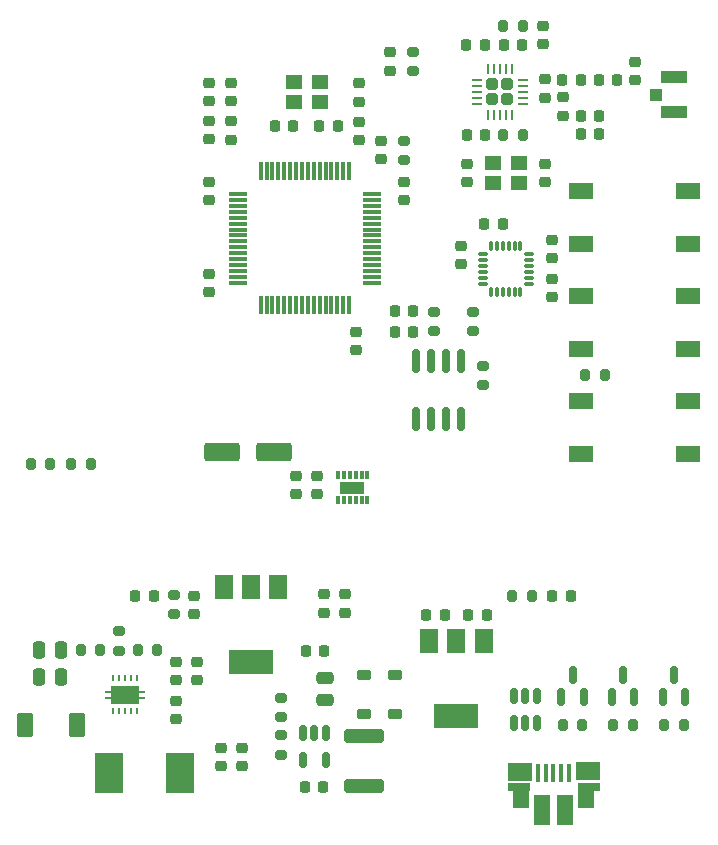
<source format=gtp>
G04 #@! TF.GenerationSoftware,KiCad,Pcbnew,7.0.1*
G04 #@! TF.CreationDate,2023-10-12T07:55:19+02:00*
G04 #@! TF.ProjectId,Drv_board,4472765f-626f-4617-9264-2e6b69636164,rev?*
G04 #@! TF.SameCoordinates,Original*
G04 #@! TF.FileFunction,Paste,Top*
G04 #@! TF.FilePolarity,Positive*
%FSLAX46Y46*%
G04 Gerber Fmt 4.6, Leading zero omitted, Abs format (unit mm)*
G04 Created by KiCad (PCBNEW 7.0.1) date 2023-10-12 07:55:19*
%MOMM*%
%LPD*%
G01*
G04 APERTURE LIST*
G04 Aperture macros list*
%AMRoundRect*
0 Rectangle with rounded corners*
0 $1 Rounding radius*
0 $2 $3 $4 $5 $6 $7 $8 $9 X,Y pos of 4 corners*
0 Add a 4 corners polygon primitive as box body*
4,1,4,$2,$3,$4,$5,$6,$7,$8,$9,$2,$3,0*
0 Add four circle primitives for the rounded corners*
1,1,$1+$1,$2,$3*
1,1,$1+$1,$4,$5*
1,1,$1+$1,$6,$7*
1,1,$1+$1,$8,$9*
0 Add four rect primitives between the rounded corners*
20,1,$1+$1,$2,$3,$4,$5,0*
20,1,$1+$1,$4,$5,$6,$7,0*
20,1,$1+$1,$6,$7,$8,$9,0*
20,1,$1+$1,$8,$9,$2,$3,0*%
G04 Aperture macros list end*
%ADD10RoundRect,0.200000X-0.200000X-0.275000X0.200000X-0.275000X0.200000X0.275000X-0.200000X0.275000X0*%
%ADD11RoundRect,0.225000X-0.250000X0.225000X-0.250000X-0.225000X0.250000X-0.225000X0.250000X0.225000X0*%
%ADD12RoundRect,0.200000X-0.275000X0.200000X-0.275000X-0.200000X0.275000X-0.200000X0.275000X0.200000X0*%
%ADD13RoundRect,0.225000X0.225000X0.250000X-0.225000X0.250000X-0.225000X-0.250000X0.225000X-0.250000X0*%
%ADD14R,1.500000X2.000000*%
%ADD15R,3.800000X2.000000*%
%ADD16RoundRect,0.250000X-0.475000X0.250000X-0.475000X-0.250000X0.475000X-0.250000X0.475000X0.250000X0*%
%ADD17R,0.400000X1.650000*%
%ADD18R,1.825000X0.700000*%
%ADD19R,2.000000X1.500000*%
%ADD20R,1.350000X2.000000*%
%ADD21R,1.430000X2.500000*%
%ADD22RoundRect,0.225000X0.250000X-0.225000X0.250000X0.225000X-0.250000X0.225000X-0.250000X-0.225000X0*%
%ADD23RoundRect,0.200000X0.275000X-0.200000X0.275000X0.200000X-0.275000X0.200000X-0.275000X-0.200000X0*%
%ADD24RoundRect,0.150000X0.150000X-0.587500X0.150000X0.587500X-0.150000X0.587500X-0.150000X-0.587500X0*%
%ADD25RoundRect,0.200000X0.200000X0.275000X-0.200000X0.275000X-0.200000X-0.275000X0.200000X-0.275000X0*%
%ADD26RoundRect,0.218750X-0.256250X0.218750X-0.256250X-0.218750X0.256250X-0.218750X0.256250X0.218750X0*%
%ADD27R,2.100000X1.400000*%
%ADD28RoundRect,0.250000X-0.250000X-0.475000X0.250000X-0.475000X0.250000X0.475000X-0.250000X0.475000X0*%
%ADD29RoundRect,0.225000X-0.375000X0.225000X-0.375000X-0.225000X0.375000X-0.225000X0.375000X0.225000X0*%
%ADD30R,2.350000X3.500000*%
%ADD31RoundRect,0.075000X-0.075000X0.700000X-0.075000X-0.700000X0.075000X-0.700000X0.075000X0.700000X0*%
%ADD32RoundRect,0.075000X-0.700000X0.075000X-0.700000X-0.075000X0.700000X-0.075000X0.700000X0.075000X0*%
%ADD33RoundRect,0.250000X-0.450000X-0.800000X0.450000X-0.800000X0.450000X0.800000X-0.450000X0.800000X0*%
%ADD34RoundRect,0.225000X-0.225000X-0.250000X0.225000X-0.250000X0.225000X0.250000X-0.225000X0.250000X0*%
%ADD35RoundRect,0.150000X0.150000X-0.825000X0.150000X0.825000X-0.150000X0.825000X-0.150000X-0.825000X0*%
%ADD36RoundRect,0.218750X0.256250X-0.218750X0.256250X0.218750X-0.256250X0.218750X-0.256250X-0.218750X0*%
%ADD37R,0.300000X0.700000*%
%ADD38R,2.100000X1.000000*%
%ADD39RoundRect,0.218750X-0.218750X-0.256250X0.218750X-0.256250X0.218750X0.256250X-0.218750X0.256250X0*%
%ADD40RoundRect,0.250000X1.450000X-0.312500X1.450000X0.312500X-1.450000X0.312500X-1.450000X-0.312500X0*%
%ADD41R,1.400000X1.200000*%
%ADD42RoundRect,0.250000X-0.255000X-0.255000X0.255000X-0.255000X0.255000X0.255000X-0.255000X0.255000X0*%
%ADD43RoundRect,0.062500X-0.350000X-0.062500X0.350000X-0.062500X0.350000X0.062500X-0.350000X0.062500X0*%
%ADD44RoundRect,0.062500X-0.062500X-0.350000X0.062500X-0.350000X0.062500X0.350000X-0.062500X0.350000X0*%
%ADD45RoundRect,0.075000X0.075000X-0.350000X0.075000X0.350000X-0.075000X0.350000X-0.075000X-0.350000X0*%
%ADD46RoundRect,0.075000X0.350000X0.075000X-0.350000X0.075000X-0.350000X-0.075000X0.350000X-0.075000X0*%
%ADD47RoundRect,0.150000X0.150000X-0.512500X0.150000X0.512500X-0.150000X0.512500X-0.150000X-0.512500X0*%
%ADD48RoundRect,0.150000X-0.150000X0.512500X-0.150000X-0.512500X0.150000X-0.512500X0.150000X0.512500X0*%
%ADD49RoundRect,0.250000X-1.250000X-0.550000X1.250000X-0.550000X1.250000X0.550000X-1.250000X0.550000X0*%
%ADD50RoundRect,0.218750X0.218750X0.256250X-0.218750X0.256250X-0.218750X-0.256250X0.218750X-0.256250X0*%
%ADD51R,0.240000X0.600000*%
%ADD52R,2.400000X1.650000*%
%ADD53R,0.500000X0.250000*%
%ADD54R,2.200000X1.050000*%
%ADD55R,1.050000X1.000000*%
G04 APERTURE END LIST*
D10*
X143574000Y-127254000D03*
X145224000Y-127254000D03*
D11*
X146927000Y-100444000D03*
X146927000Y-101994000D03*
X146304000Y-90665000D03*
X146304000Y-92215000D03*
D12*
X134366000Y-88710000D03*
X134366000Y-90360000D03*
D13*
X127571800Y-143459200D03*
X126021800Y-143459200D03*
X135141000Y-103124000D03*
X133591000Y-103124000D03*
D11*
X115074200Y-132843000D03*
X115074200Y-134393000D03*
X116852200Y-132843000D03*
X116852200Y-134393000D03*
D10*
X149734000Y-108585000D03*
X151384000Y-108585000D03*
D14*
X123724200Y-126531000D03*
X121424200Y-126531000D03*
D15*
X121424200Y-132831000D03*
D14*
X119124200Y-126531000D03*
D11*
X146927000Y-97142000D03*
X146927000Y-98692000D03*
D12*
X110248200Y-130253000D03*
X110248200Y-131903000D03*
D16*
X127672600Y-134192000D03*
X127672600Y-136092000D03*
D17*
X145741000Y-142253000D03*
X146391000Y-142253000D03*
X147041000Y-142253000D03*
X147691000Y-142253000D03*
X148341000Y-142253000D03*
D18*
X144091000Y-143453000D03*
D19*
X144191000Y-142153000D03*
D20*
X144311000Y-144203000D03*
D21*
X146081000Y-145403000D03*
X148001000Y-145403000D03*
D20*
X149791000Y-144203000D03*
D19*
X149941000Y-142133000D03*
D18*
X150041000Y-143453000D03*
D13*
X127647200Y-131967000D03*
X126097200Y-131967000D03*
D22*
X118872000Y-141694200D03*
X118872000Y-140144200D03*
D11*
X127647200Y-127128000D03*
X127647200Y-128678000D03*
D13*
X125015000Y-87464000D03*
X123465000Y-87464000D03*
D23*
X135128000Y-82867000D03*
X135128000Y-81217000D03*
D22*
X117906800Y-101562200D03*
X117906800Y-100012200D03*
X153924000Y-83579000D03*
X153924000Y-82029000D03*
D24*
X156288200Y-135825500D03*
X158188200Y-135825500D03*
X157238200Y-133950500D03*
D25*
X158063200Y-138188000D03*
X156413200Y-138188000D03*
D13*
X141230008Y-80645000D03*
X139680008Y-80645000D03*
D26*
X133223000Y-81254500D03*
X133223000Y-82829500D03*
D10*
X111836200Y-131840000D03*
X113486200Y-131840000D03*
D27*
X149374000Y-93000000D03*
X158474000Y-93000000D03*
X149374000Y-97500000D03*
X158474000Y-97500000D03*
D11*
X130556000Y-83857800D03*
X130556000Y-85407800D03*
D28*
X103456200Y-134126000D03*
X105356200Y-134126000D03*
D29*
X131000000Y-134000000D03*
X131000000Y-137300000D03*
D30*
X115437200Y-142254000D03*
X109377200Y-142254000D03*
D31*
X129750000Y-91325000D03*
X129250000Y-91325000D03*
X128750000Y-91325000D03*
X128250000Y-91325000D03*
X127750000Y-91325000D03*
X127250000Y-91325000D03*
X126750000Y-91325000D03*
X126250000Y-91325000D03*
X125750000Y-91325000D03*
X125250000Y-91325000D03*
X124750000Y-91325000D03*
X124250000Y-91325000D03*
X123750000Y-91325000D03*
X123250000Y-91325000D03*
X122750000Y-91325000D03*
X122250000Y-91325000D03*
D32*
X120325000Y-93250000D03*
X120325000Y-93750000D03*
X120325000Y-94250000D03*
X120325000Y-94750000D03*
X120325000Y-95250000D03*
X120325000Y-95750000D03*
X120325000Y-96250000D03*
X120325000Y-96750000D03*
X120325000Y-97250000D03*
X120325000Y-97750000D03*
X120325000Y-98250000D03*
X120325000Y-98750000D03*
X120325000Y-99250000D03*
X120325000Y-99750000D03*
X120325000Y-100250000D03*
X120325000Y-100750000D03*
D31*
X122250000Y-102675000D03*
X122750000Y-102675000D03*
X123250000Y-102675000D03*
X123750000Y-102675000D03*
X124250000Y-102675000D03*
X124750000Y-102675000D03*
X125250000Y-102675000D03*
X125750000Y-102675000D03*
X126250000Y-102675000D03*
X126750000Y-102675000D03*
X127250000Y-102675000D03*
X127750000Y-102675000D03*
X128250000Y-102675000D03*
X128750000Y-102675000D03*
X129250000Y-102675000D03*
X129750000Y-102675000D03*
D32*
X131675000Y-100750000D03*
X131675000Y-100250000D03*
X131675000Y-99750000D03*
X131675000Y-99250000D03*
X131675000Y-98750000D03*
X131675000Y-98250000D03*
X131675000Y-97750000D03*
X131675000Y-97250000D03*
X131675000Y-96750000D03*
X131675000Y-96250000D03*
X131675000Y-95750000D03*
X131675000Y-95250000D03*
X131675000Y-94750000D03*
X131675000Y-94250000D03*
X131675000Y-93750000D03*
X131675000Y-93250000D03*
D26*
X147828000Y-85064500D03*
X147828000Y-86639500D03*
D33*
X102333200Y-138190000D03*
X106733200Y-138190000D03*
D22*
X127000000Y-118665000D03*
X127000000Y-117115000D03*
D34*
X142855008Y-80645000D03*
X144405008Y-80645000D03*
D29*
X133616200Y-134000000D03*
X133616200Y-137300000D03*
D12*
X123964200Y-139066800D03*
X123964200Y-140716800D03*
D11*
X134366000Y-92189000D03*
X134366000Y-93739000D03*
D24*
X151970200Y-135825500D03*
X153870200Y-135825500D03*
X152920200Y-133950500D03*
D35*
X135382000Y-112330000D03*
X136652000Y-112330000D03*
X137922000Y-112330000D03*
X139192000Y-112330000D03*
X139192000Y-107380000D03*
X137922000Y-107380000D03*
X136652000Y-107380000D03*
X135382000Y-107380000D03*
D34*
X150863000Y-83566000D03*
X152413000Y-83566000D03*
D36*
X117906800Y-85382500D03*
X117906800Y-83807500D03*
D10*
X102807000Y-116078000D03*
X104457000Y-116078000D03*
D11*
X130302000Y-104889000D03*
X130302000Y-106439000D03*
D37*
X128798000Y-119160000D03*
X129298000Y-119160000D03*
X129798000Y-119160000D03*
X130298000Y-119160000D03*
X130798000Y-119160000D03*
X131298000Y-119160000D03*
X131298000Y-117060000D03*
X130798000Y-117060000D03*
X130298000Y-117060000D03*
X129798000Y-117060000D03*
X129298000Y-117060000D03*
X128798000Y-117060000D03*
D38*
X130000000Y-118110000D03*
D11*
X119735600Y-83820000D03*
X119735600Y-85370000D03*
D34*
X141199000Y-95758000D03*
X142749000Y-95758000D03*
D11*
X139192000Y-97650000D03*
X139192000Y-99200000D03*
D22*
X119735600Y-88634200D03*
X119735600Y-87084200D03*
D27*
X149374000Y-110780000D03*
X158474000Y-110780000D03*
X149374000Y-115280000D03*
X158474000Y-115280000D03*
D13*
X137820200Y-128919000D03*
X136270200Y-128919000D03*
D22*
X125222000Y-118665000D03*
X125222000Y-117115000D03*
D24*
X147718200Y-135825500D03*
X149618200Y-135825500D03*
X148668200Y-133950500D03*
D25*
X108660200Y-131840000D03*
X107010200Y-131840000D03*
D39*
X147802500Y-83566000D03*
X149377500Y-83566000D03*
D22*
X132461000Y-90310000D03*
X132461000Y-88760000D03*
D28*
X103456200Y-131840000D03*
X105356200Y-131840000D03*
D22*
X116598200Y-128805000D03*
X116598200Y-127255000D03*
D34*
X127215600Y-87464000D03*
X128765600Y-87464000D03*
D40*
X131000000Y-143400900D03*
X131000000Y-139125900D03*
D22*
X115074200Y-137695000D03*
X115074200Y-136145000D03*
D27*
X149374000Y-101890000D03*
X158474000Y-101890000D03*
X149374000Y-106390000D03*
X158474000Y-106390000D03*
D41*
X141902000Y-92290000D03*
X144102000Y-92290000D03*
X144102000Y-90590000D03*
X141902000Y-90590000D03*
D13*
X150889000Y-88138000D03*
X149339000Y-88138000D03*
X135141000Y-104902000D03*
X133591000Y-104902000D03*
D22*
X139700000Y-92215000D03*
X139700000Y-90665000D03*
D12*
X123964200Y-135891800D03*
X123964200Y-137541800D03*
X141097000Y-107760000D03*
X141097000Y-109410000D03*
D39*
X111607500Y-127254000D03*
X113182500Y-127254000D03*
D42*
X141869000Y-83957000D03*
X141869000Y-85207000D03*
X143119000Y-83957000D03*
X143119000Y-85207000D03*
D43*
X140556500Y-83582000D03*
X140556500Y-84082000D03*
X140556500Y-84582000D03*
X140556500Y-85082000D03*
X140556500Y-85582000D03*
D44*
X141494000Y-86519500D03*
X141994000Y-86519500D03*
X142494000Y-86519500D03*
X142994000Y-86519500D03*
X143494000Y-86519500D03*
D43*
X144431500Y-85582000D03*
X144431500Y-85082000D03*
X144431500Y-84582000D03*
X144431500Y-84082000D03*
X144431500Y-83582000D03*
D44*
X143494000Y-82644500D03*
X142994000Y-82644500D03*
X142494000Y-82644500D03*
X141994000Y-82644500D03*
X141494000Y-82644500D03*
D34*
X139687000Y-88265000D03*
X141237000Y-88265000D03*
D10*
X142812000Y-88265000D03*
X144462000Y-88265000D03*
D45*
X141752000Y-101518000D03*
X142252000Y-101518000D03*
X142752000Y-101518000D03*
X143252000Y-101518000D03*
X143752000Y-101518000D03*
X144252000Y-101518000D03*
D46*
X144952000Y-100818000D03*
X144952000Y-100318000D03*
X144952000Y-99818000D03*
X144952000Y-99318000D03*
X144952000Y-98818000D03*
X144952000Y-98318000D03*
D45*
X144252000Y-97618000D03*
X143752000Y-97618000D03*
X143252000Y-97618000D03*
X142752000Y-97618000D03*
X142252000Y-97618000D03*
X141752000Y-97618000D03*
D46*
X141052000Y-98318000D03*
X141052000Y-98818000D03*
X141052000Y-99318000D03*
X141052000Y-99818000D03*
X141052000Y-100318000D03*
X141052000Y-100818000D03*
D23*
X114935000Y-128841000D03*
X114935000Y-127191000D03*
D41*
X127288000Y-83732000D03*
X125088000Y-83732000D03*
X125088000Y-85432000D03*
X127288000Y-85432000D03*
D22*
X117906800Y-88621200D03*
X117906800Y-87071200D03*
D11*
X129425200Y-127128000D03*
X129425200Y-128678000D03*
D47*
X143715200Y-138057500D03*
X144665200Y-138057500D03*
X145615200Y-138057500D03*
X145615200Y-135782500D03*
X144665200Y-135782500D03*
X143715200Y-135782500D03*
D34*
X139826200Y-128919000D03*
X141376200Y-128919000D03*
D22*
X117909600Y-93739000D03*
X117909600Y-92189000D03*
X130556000Y-88659000D03*
X130556000Y-87109000D03*
D10*
X106236000Y-116078000D03*
X107886000Y-116078000D03*
D26*
X146304000Y-83540500D03*
X146304000Y-85115500D03*
D10*
X142805008Y-78994000D03*
X144455008Y-78994000D03*
D48*
X127759000Y-138855900D03*
X126809000Y-138855900D03*
X125859000Y-138855900D03*
X125859000Y-141130900D03*
X127759000Y-141130900D03*
D49*
X118958000Y-115096000D03*
X123358000Y-115096000D03*
D50*
X148488500Y-127254000D03*
X146913500Y-127254000D03*
D13*
X150889000Y-86614000D03*
X149339000Y-86614000D03*
D22*
X120662200Y-141694200D03*
X120662200Y-140144200D03*
X146195408Y-80556400D03*
X146195408Y-79006400D03*
D51*
X111748200Y-134247000D03*
X111248200Y-134247000D03*
X110748200Y-134247000D03*
X110248200Y-134247000D03*
X109748200Y-134247000D03*
X109748200Y-137047000D03*
X110248200Y-137047000D03*
X110748200Y-137047000D03*
X111248200Y-137047000D03*
X111748200Y-137047000D03*
D52*
X110748200Y-135647000D03*
D53*
X109298200Y-135397000D03*
X109298200Y-135897000D03*
X112198200Y-135897000D03*
X112198200Y-135397000D03*
D23*
X140208000Y-104838000D03*
X140208000Y-103188000D03*
D14*
X141123200Y-131103000D03*
X138823200Y-131103000D03*
D15*
X138823200Y-137403000D03*
D14*
X136523200Y-131103000D03*
D54*
X157226000Y-83361000D03*
X157226000Y-86311000D03*
D55*
X155726000Y-84836000D03*
D25*
X149493200Y-138190000D03*
X147843200Y-138190000D03*
X153745200Y-138188000D03*
X152095200Y-138188000D03*
D23*
X136906000Y-104838000D03*
X136906000Y-103188000D03*
M02*

</source>
